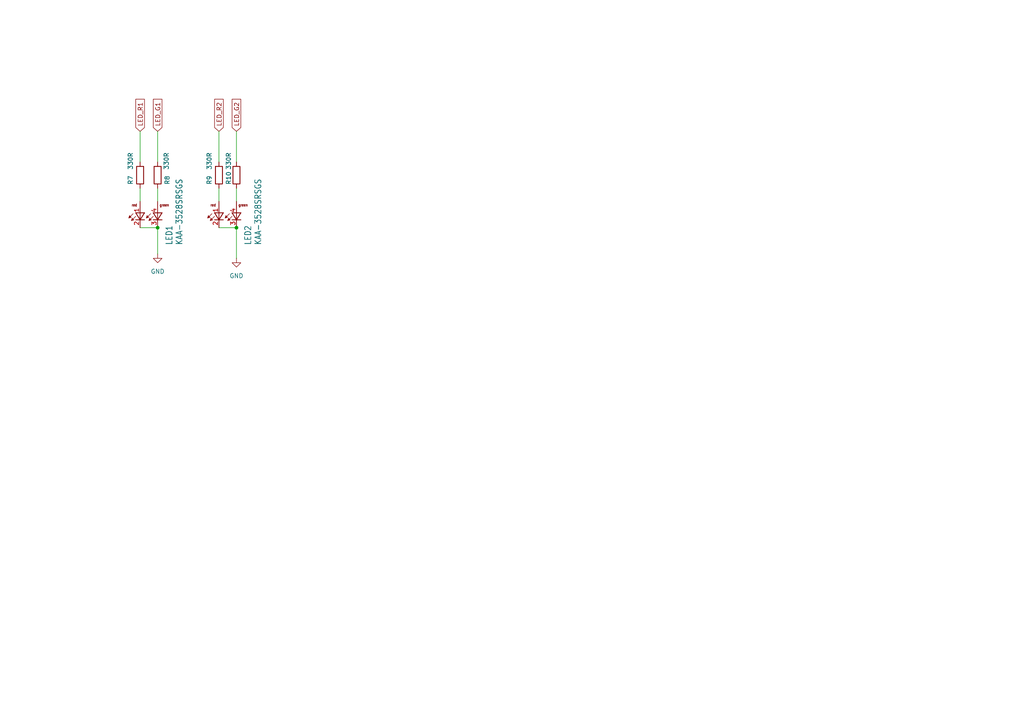
<source format=kicad_sch>
(kicad_sch
	(version 20231120)
	(generator "eeschema")
	(generator_version "8.0")
	(uuid "fee8f475-c7d8-4377-a155-d645dc4837ff")
	(paper "A4")
	(lib_symbols
		(symbol "Device:R"
			(pin_numbers hide)
			(pin_names
				(offset 0)
			)
			(exclude_from_sim no)
			(in_bom yes)
			(on_board yes)
			(property "Reference" "R"
				(at 2.032 0 90)
				(effects
					(font
						(size 1.27 1.27)
					)
				)
			)
			(property "Value" "R"
				(at 0 0 90)
				(effects
					(font
						(size 1.27 1.27)
					)
				)
			)
			(property "Footprint" ""
				(at -1.778 0 90)
				(effects
					(font
						(size 1.27 1.27)
					)
					(hide yes)
				)
			)
			(property "Datasheet" "~"
				(at 0 0 0)
				(effects
					(font
						(size 1.27 1.27)
					)
					(hide yes)
				)
			)
			(property "Description" "Resistor"
				(at 0 0 0)
				(effects
					(font
						(size 1.27 1.27)
					)
					(hide yes)
				)
			)
			(property "ki_keywords" "R res resistor"
				(at 0 0 0)
				(effects
					(font
						(size 1.27 1.27)
					)
					(hide yes)
				)
			)
			(property "ki_fp_filters" "R_*"
				(at 0 0 0)
				(effects
					(font
						(size 1.27 1.27)
					)
					(hide yes)
				)
			)
			(symbol "R_0_1"
				(rectangle
					(start -1.016 -2.54)
					(end 1.016 2.54)
					(stroke
						(width 0.254)
						(type default)
					)
					(fill
						(type none)
					)
				)
			)
			(symbol "R_1_1"
				(pin passive line
					(at 0 3.81 270)
					(length 1.27)
					(name "~"
						(effects
							(font
								(size 1.27 1.27)
							)
						)
					)
					(number "1"
						(effects
							(font
								(size 1.27 1.27)
							)
						)
					)
				)
				(pin passive line
					(at 0 -3.81 90)
					(length 1.27)
					(name "~"
						(effects
							(font
								(size 1.27 1.27)
							)
						)
					)
					(number "2"
						(effects
							(font
								(size 1.27 1.27)
							)
						)
					)
				)
			)
		)
		(symbol "deadlock-reader-eagle-import:KAA-3528SRSGS"
			(exclude_from_sim no)
			(in_bom yes)
			(on_board yes)
			(property "Reference" "LED"
				(at 5.08 0.762 0)
				(effects
					(font
						(size 1.778 1.5113)
					)
					(justify left bottom)
				)
			)
			(property "Value" ""
				(at 5.08 -2.159 0)
				(effects
					(font
						(size 1.778 1.5113)
					)
					(justify left bottom)
				)
			)
			(property "Footprint" "deadlock-reader:KAA-3528SRSGS"
				(at 0 0 0)
				(effects
					(font
						(size 1.27 1.27)
					)
					(hide yes)
				)
			)
			(property "Datasheet" ""
				(at 0 0 0)
				(effects
					(font
						(size 1.27 1.27)
					)
					(hide yes)
				)
			)
			(property "Description" "KINGBRIGHT ELECTRONIC KAA-3528RSGS"
				(at 0 0 0)
				(effects
					(font
						(size 1.27 1.27)
					)
					(hide yes)
				)
			)
			(property "ki_locked" ""
				(at 0 0 0)
				(effects
					(font
						(size 1.27 1.27)
					)
				)
			)
			(symbol "KAA-3528SRSGS_1_0"
				(polyline
					(pts
						(xy -7.112 -1.016) (xy -8.001 -1.905)
					)
					(stroke
						(width 0.1524)
						(type solid)
					)
					(fill
						(type none)
					)
				)
				(polyline
					(pts
						(xy -6.35 -1.778) (xy -7.239 -2.667)
					)
					(stroke
						(width 0.1524)
						(type solid)
					)
					(fill
						(type none)
					)
				)
				(polyline
					(pts
						(xy -5.08 -2.794) (xy -6.35 -2.794)
					)
					(stroke
						(width 0.254)
						(type solid)
					)
					(fill
						(type none)
					)
				)
				(polyline
					(pts
						(xy -5.08 -2.794) (xy -6.35 -0.762)
					)
					(stroke
						(width 0.254)
						(type solid)
					)
					(fill
						(type none)
					)
				)
				(polyline
					(pts
						(xy -3.81 -2.794) (xy -5.08 -2.794)
					)
					(stroke
						(width 0.254)
						(type solid)
					)
					(fill
						(type none)
					)
				)
				(polyline
					(pts
						(xy -3.81 -0.762) (xy -6.35 -0.762)
					)
					(stroke
						(width 0.254)
						(type solid)
					)
					(fill
						(type none)
					)
				)
				(polyline
					(pts
						(xy -3.81 -0.762) (xy -5.08 -2.794)
					)
					(stroke
						(width 0.254)
						(type solid)
					)
					(fill
						(type none)
					)
				)
				(polyline
					(pts
						(xy -2.032 -1.016) (xy -2.921 -1.905)
					)
					(stroke
						(width 0.1524)
						(type solid)
					)
					(fill
						(type none)
					)
				)
				(polyline
					(pts
						(xy -1.27 -1.778) (xy -2.159 -2.667)
					)
					(stroke
						(width 0.1524)
						(type solid)
					)
					(fill
						(type none)
					)
				)
				(polyline
					(pts
						(xy 0 -2.794) (xy -1.27 -2.794)
					)
					(stroke
						(width 0.254)
						(type solid)
					)
					(fill
						(type none)
					)
				)
				(polyline
					(pts
						(xy 0 -2.794) (xy -1.27 -0.762)
					)
					(stroke
						(width 0.254)
						(type solid)
					)
					(fill
						(type none)
					)
				)
				(polyline
					(pts
						(xy 1.27 -2.794) (xy 0 -2.794)
					)
					(stroke
						(width 0.254)
						(type solid)
					)
					(fill
						(type none)
					)
				)
				(polyline
					(pts
						(xy 1.27 -0.762) (xy -1.27 -0.762)
					)
					(stroke
						(width 0.254)
						(type solid)
					)
					(fill
						(type none)
					)
				)
				(polyline
					(pts
						(xy 1.27 -0.762) (xy 0 -2.794)
					)
					(stroke
						(width 0.254)
						(type solid)
					)
					(fill
						(type none)
					)
				)
				(polyline
					(pts
						(xy -8.128 -1.524) (xy -8.382 -2.286) (xy -7.62 -2.032)
					)
					(stroke
						(width 0.1524)
						(type solid)
					)
					(fill
						(type outline)
					)
				)
				(polyline
					(pts
						(xy -7.366 -2.286) (xy -7.62 -3.048) (xy -6.858 -2.794)
					)
					(stroke
						(width 0.1524)
						(type solid)
					)
					(fill
						(type outline)
					)
				)
				(polyline
					(pts
						(xy -3.048 -1.524) (xy -3.302 -2.286) (xy -2.54 -2.032)
					)
					(stroke
						(width 0.1524)
						(type solid)
					)
					(fill
						(type outline)
					)
				)
				(polyline
					(pts
						(xy -2.286 -2.286) (xy -2.54 -3.048) (xy -1.778 -2.794)
					)
					(stroke
						(width 0.1524)
						(type solid)
					)
					(fill
						(type outline)
					)
				)
				(text "green"
					(at 0.508 1.016 0)
					(effects
						(font
							(size 0.762 0.6477)
						)
						(justify left bottom)
					)
				)
				(text "red"
					(at -7.62 1.016 0)
					(effects
						(font
							(size 0.762 0.6477)
						)
						(justify left bottom)
					)
				)
				(pin passive line
					(at -5.08 2.54 270)
					(length 5.08)
					(name "A-RED"
						(effects
							(font
								(size 0 0)
							)
						)
					)
					(number "1"
						(effects
							(font
								(size 1.27 1.27)
							)
						)
					)
				)
				(pin passive line
					(at -5.08 -5.08 90)
					(length 2.54)
					(name "C-RED"
						(effects
							(font
								(size 0 0)
							)
						)
					)
					(number "2"
						(effects
							(font
								(size 1.27 1.27)
							)
						)
					)
				)
				(pin passive line
					(at 0 -5.08 90)
					(length 2.54)
					(name "C-GREEN"
						(effects
							(font
								(size 0 0)
							)
						)
					)
					(number "3"
						(effects
							(font
								(size 1.27 1.27)
							)
						)
					)
				)
				(pin passive line
					(at 0 2.54 270)
					(length 5.08)
					(name "A-GREEN"
						(effects
							(font
								(size 0 0)
							)
						)
					)
					(number "4"
						(effects
							(font
								(size 1.27 1.27)
							)
						)
					)
				)
			)
		)
		(symbol "power:GND"
			(power)
			(pin_numbers hide)
			(pin_names
				(offset 0) hide)
			(exclude_from_sim no)
			(in_bom yes)
			(on_board yes)
			(property "Reference" "#PWR"
				(at 0 -6.35 0)
				(effects
					(font
						(size 1.27 1.27)
					)
					(hide yes)
				)
			)
			(property "Value" "GND"
				(at 0 -3.81 0)
				(effects
					(font
						(size 1.27 1.27)
					)
				)
			)
			(property "Footprint" ""
				(at 0 0 0)
				(effects
					(font
						(size 1.27 1.27)
					)
					(hide yes)
				)
			)
			(property "Datasheet" ""
				(at 0 0 0)
				(effects
					(font
						(size 1.27 1.27)
					)
					(hide yes)
				)
			)
			(property "Description" "Power symbol creates a global label with name \"GND\" , ground"
				(at 0 0 0)
				(effects
					(font
						(size 1.27 1.27)
					)
					(hide yes)
				)
			)
			(property "ki_keywords" "global power"
				(at 0 0 0)
				(effects
					(font
						(size 1.27 1.27)
					)
					(hide yes)
				)
			)
			(symbol "GND_0_1"
				(polyline
					(pts
						(xy 0 0) (xy 0 -1.27) (xy 1.27 -1.27) (xy 0 -2.54) (xy -1.27 -1.27) (xy 0 -1.27)
					)
					(stroke
						(width 0)
						(type default)
					)
					(fill
						(type none)
					)
				)
			)
			(symbol "GND_1_1"
				(pin power_in line
					(at 0 0 270)
					(length 0)
					(name "~"
						(effects
							(font
								(size 1.27 1.27)
							)
						)
					)
					(number "1"
						(effects
							(font
								(size 1.27 1.27)
							)
						)
					)
				)
			)
		)
	)
	(junction
		(at 45.72 66.04)
		(diameter 0)
		(color 0 0 0 0)
		(uuid "8fbaca64-800d-49a3-82fa-846ea64c161e")
	)
	(junction
		(at 68.58 66.04)
		(diameter 0)
		(color 0 0 0 0)
		(uuid "cd5fda9c-ef50-4b62-babe-a08f994c94d1")
	)
	(wire
		(pts
			(xy 68.58 54.61) (xy 68.58 58.42)
		)
		(stroke
			(width 0.1524)
			(type solid)
		)
		(uuid "1a21d0c3-5ee1-4f2c-a247-acf4181c8801")
	)
	(wire
		(pts
			(xy 45.72 66.04) (xy 45.72 73.66)
		)
		(stroke
			(width 0.1524)
			(type solid)
		)
		(uuid "31d3801a-6842-4b8d-8393-9ae29b8fb669")
	)
	(wire
		(pts
			(xy 40.64 66.04) (xy 45.72 66.04)
		)
		(stroke
			(width 0.1524)
			(type solid)
		)
		(uuid "36612cbe-627e-4bec-9fe5-4c6774642686")
	)
	(wire
		(pts
			(xy 40.64 38.1) (xy 40.64 46.99)
		)
		(stroke
			(width 0)
			(type default)
		)
		(uuid "370c3cdf-51e6-4852-b474-a4ec43ce10f8")
	)
	(wire
		(pts
			(xy 45.72 38.1) (xy 45.72 46.99)
		)
		(stroke
			(width 0)
			(type default)
		)
		(uuid "56996a61-4700-4618-8a68-6b53b194c451")
	)
	(wire
		(pts
			(xy 63.5 54.61) (xy 63.5 58.42)
		)
		(stroke
			(width 0.1524)
			(type solid)
		)
		(uuid "5babb42d-9c62-4145-b2e2-fb48e6e49d5b")
	)
	(wire
		(pts
			(xy 68.58 66.04) (xy 68.58 74.93)
		)
		(stroke
			(width 0.1524)
			(type solid)
		)
		(uuid "5bae6e68-c89f-4965-bd98-e81d795be03d")
	)
	(wire
		(pts
			(xy 68.58 38.1) (xy 68.58 46.99)
		)
		(stroke
			(width 0)
			(type default)
		)
		(uuid "5ddba072-7cbc-4989-9eb4-8716b7f61b55")
	)
	(wire
		(pts
			(xy 40.64 54.61) (xy 40.64 58.42)
		)
		(stroke
			(width 0.1524)
			(type solid)
		)
		(uuid "742cfb9d-6990-4458-a98a-229f0c47137f")
	)
	(wire
		(pts
			(xy 63.5 38.1) (xy 63.5 46.99)
		)
		(stroke
			(width 0)
			(type default)
		)
		(uuid "b6b7c397-a587-4cc8-b1cf-1a32dc818048")
	)
	(wire
		(pts
			(xy 63.5 66.04) (xy 68.58 66.04)
		)
		(stroke
			(width 0.1524)
			(type solid)
		)
		(uuid "d2dd0faa-01db-48cb-8c19-ad2c9eed5db7")
	)
	(wire
		(pts
			(xy 45.72 54.61) (xy 45.72 58.42)
		)
		(stroke
			(width 0.1524)
			(type solid)
		)
		(uuid "e253251a-cea4-4413-a582-9be64ceeeee4")
	)
	(global_label "LED_R2"
		(shape input)
		(at 63.5 38.1 90)
		(fields_autoplaced yes)
		(effects
			(font
				(size 1.27 1.27)
			)
			(justify left)
		)
		(uuid "3349eb3c-6b02-4552-8804-3a6a072fd3e4")
		(property "Intersheetrefs" "${INTERSHEET_REFS}"
			(at 63.5 28.2206 90)
			(effects
				(font
					(size 1.27 1.27)
				)
				(justify left)
				(hide yes)
			)
		)
	)
	(global_label "LED_R1"
		(shape input)
		(at 40.64 38.1 90)
		(fields_autoplaced yes)
		(effects
			(font
				(size 1.27 1.27)
			)
			(justify left)
		)
		(uuid "37bd5c30-e35c-4aeb-b054-ee7984f8183e")
		(property "Intersheetrefs" "${INTERSHEET_REFS}"
			(at 40.64 28.2206 90)
			(effects
				(font
					(size 1.27 1.27)
				)
				(justify left)
				(hide yes)
			)
		)
	)
	(global_label "LED_G2"
		(shape input)
		(at 68.58 38.1 90)
		(fields_autoplaced yes)
		(effects
			(font
				(size 1.27 1.27)
			)
			(justify left)
		)
		(uuid "39a59a5a-f733-4b01-b8c0-dc82e8624dbb")
		(property "Intersheetrefs" "${INTERSHEET_REFS}"
			(at 68.58 28.2206 90)
			(effects
				(font
					(size 1.27 1.27)
				)
				(justify left)
				(hide yes)
			)
		)
	)
	(global_label "LED_G1"
		(shape input)
		(at 45.72 38.1 90)
		(fields_autoplaced yes)
		(effects
			(font
				(size 1.27 1.27)
			)
			(justify left)
		)
		(uuid "858da373-9951-4200-96f0-16d126345425")
		(property "Intersheetrefs" "${INTERSHEET_REFS}"
			(at 45.72 28.2206 90)
			(effects
				(font
					(size 1.27 1.27)
				)
				(justify left)
				(hide yes)
			)
		)
	)
	(symbol
		(lib_id "Device:R")
		(at 68.58 50.8 0)
		(unit 1)
		(exclude_from_sim no)
		(in_bom yes)
		(on_board yes)
		(dnp no)
		(uuid "26838776-522e-483c-852c-6bfa80a3d39c")
		(property "Reference" "R10"
			(at 66.294 53.594 90)
			(effects
				(font
					(size 1.27 1.27)
				)
				(justify left)
			)
		)
		(property "Value" "330R"
			(at 66.294 49.276 90)
			(effects
				(font
					(size 1.27 1.27)
				)
				(justify left)
			)
		)
		(property "Footprint" ""
			(at 66.802 50.8 90)
			(effects
				(font
					(size 1.27 1.27)
				)
				(hide yes)
			)
		)
		(property "Datasheet" "~"
			(at 68.58 50.8 0)
			(effects
				(font
					(size 1.27 1.27)
				)
				(hide yes)
			)
		)
		(property "Description" "Resistor"
			(at 68.58 50.8 0)
			(effects
				(font
					(size 1.27 1.27)
				)
				(hide yes)
			)
		)
		(pin "1"
			(uuid "b739a8f9-a115-4d2f-bce7-b487aa5453d8")
		)
		(pin "2"
			(uuid "aa82531f-fd17-41bf-9c8c-7a40dbca7f47")
		)
		(instances
			(project "KAA-3528SRSGS"
				(path "/fee8f475-c7d8-4377-a155-d645dc4837ff"
					(reference "R10")
					(unit 1)
				)
			)
		)
	)
	(symbol
		(lib_id "power:GND")
		(at 45.72 73.66 0)
		(unit 1)
		(exclude_from_sim no)
		(in_bom yes)
		(on_board yes)
		(dnp no)
		(fields_autoplaced yes)
		(uuid "273dada0-271e-4e18-8a2b-570bcb0724d8")
		(property "Reference" "#PWR01"
			(at 45.72 80.01 0)
			(effects
				(font
					(size 1.27 1.27)
				)
				(hide yes)
			)
		)
		(property "Value" "GND"
			(at 45.72 78.74 0)
			(effects
				(font
					(size 1.27 1.27)
				)
			)
		)
		(property "Footprint" ""
			(at 45.72 73.66 0)
			(effects
				(font
					(size 1.27 1.27)
				)
				(hide yes)
			)
		)
		(property "Datasheet" ""
			(at 45.72 73.66 0)
			(effects
				(font
					(size 1.27 1.27)
				)
				(hide yes)
			)
		)
		(property "Description" "Power symbol creates a global label with name \"GND\" , ground"
			(at 45.72 73.66 0)
			(effects
				(font
					(size 1.27 1.27)
				)
				(hide yes)
			)
		)
		(pin "1"
			(uuid "81fd93d0-896e-4488-bed6-610a0cb1741e")
		)
		(instances
			(project "KAA-3528SRSGS"
				(path "/fee8f475-c7d8-4377-a155-d645dc4837ff"
					(reference "#PWR01")
					(unit 1)
				)
			)
		)
	)
	(symbol
		(lib_id "Device:R")
		(at 40.64 50.8 0)
		(unit 1)
		(exclude_from_sim no)
		(in_bom yes)
		(on_board yes)
		(dnp no)
		(uuid "649579ba-4187-49c3-8a7a-5e0445b43f56")
		(property "Reference" "R7"
			(at 37.846 53.594 90)
			(effects
				(font
					(size 1.27 1.27)
				)
				(justify left)
			)
		)
		(property "Value" "330R"
			(at 37.846 49.276 90)
			(effects
				(font
					(size 1.27 1.27)
				)
				(justify left)
			)
		)
		(property "Footprint" ""
			(at 38.862 50.8 90)
			(effects
				(font
					(size 1.27 1.27)
				)
				(hide yes)
			)
		)
		(property "Datasheet" "~"
			(at 40.64 50.8 0)
			(effects
				(font
					(size 1.27 1.27)
				)
				(hide yes)
			)
		)
		(property "Description" "Resistor"
			(at 40.64 50.8 0)
			(effects
				(font
					(size 1.27 1.27)
				)
				(hide yes)
			)
		)
		(pin "1"
			(uuid "8a1a6af7-2704-4617-9456-562e1a2dde1a")
		)
		(pin "2"
			(uuid "5a41ed21-13dd-4090-9a82-68eb2142562d")
		)
		(instances
			(project "KAA-3528SRSGS"
				(path "/fee8f475-c7d8-4377-a155-d645dc4837ff"
					(reference "R7")
					(unit 1)
				)
			)
		)
	)
	(symbol
		(lib_id "Device:R")
		(at 45.72 50.8 0)
		(unit 1)
		(exclude_from_sim no)
		(in_bom yes)
		(on_board yes)
		(dnp no)
		(uuid "939b951e-117b-431e-b55f-616ffe2e7a50")
		(property "Reference" "R8"
			(at 48.514 53.594 90)
			(effects
				(font
					(size 1.27 1.27)
				)
				(justify left)
			)
		)
		(property "Value" "330R"
			(at 48.26 49.276 90)
			(effects
				(font
					(size 1.27 1.27)
				)
				(justify left)
			)
		)
		(property "Footprint" ""
			(at 43.942 50.8 90)
			(effects
				(font
					(size 1.27 1.27)
				)
				(hide yes)
			)
		)
		(property "Datasheet" "~"
			(at 45.72 50.8 0)
			(effects
				(font
					(size 1.27 1.27)
				)
				(hide yes)
			)
		)
		(property "Description" "Resistor"
			(at 45.72 50.8 0)
			(effects
				(font
					(size 1.27 1.27)
				)
				(hide yes)
			)
		)
		(pin "1"
			(uuid "8496f950-ab52-4954-89ce-b077cc9873fe")
		)
		(pin "2"
			(uuid "1f2c2afa-64c3-4944-9e5e-e7c423712a88")
		)
		(instances
			(project "KAA-3528SRSGS"
				(path "/fee8f475-c7d8-4377-a155-d645dc4837ff"
					(reference "R8")
					(unit 1)
				)
			)
		)
	)
	(symbol
		(lib_id "deadlock-reader-eagle-import:KAA-3528SRSGS")
		(at 45.72 60.96 0)
		(unit 1)
		(exclude_from_sim no)
		(in_bom yes)
		(on_board yes)
		(dnp no)
		(uuid "a2fb6a6a-fd33-4aa1-9eb1-c1360f824617")
		(property "Reference" "LED1"
			(at 50.038 71.12 90)
			(effects
				(font
					(size 1.778 1.5113)
				)
				(justify left bottom)
			)
		)
		(property "Value" "KAA-3528SRSGS"
			(at 52.959 71.12 90)
			(effects
				(font
					(size 1.778 1.5113)
				)
				(justify left bottom)
			)
		)
		(property "Footprint" "deadlock-reader:KAA-3528SRSGS"
			(at 45.72 60.96 0)
			(effects
				(font
					(size 1.27 1.27)
				)
				(hide yes)
			)
		)
		(property "Datasheet" ""
			(at 45.72 60.96 0)
			(effects
				(font
					(size 1.27 1.27)
				)
				(hide yes)
			)
		)
		(property "Description" ""
			(at 45.72 60.96 0)
			(effects
				(font
					(size 1.27 1.27)
				)
				(hide yes)
			)
		)
		(pin "4"
			(uuid "639857f7-eb7a-4b49-a431-13c3bb3d6394")
		)
		(pin "2"
			(uuid "d24fb7e6-07ea-4823-b4aa-dc5e581988c2")
		)
		(pin "3"
			(uuid "f0d7786f-cce7-4d20-9364-b4bfd411813d")
		)
		(pin "1"
			(uuid "fb9bf1cd-649d-42cc-94b0-0b4a39a7cb2a")
		)
		(instances
			(project "KAA-3528SRSGS"
				(path "/fee8f475-c7d8-4377-a155-d645dc4837ff"
					(reference "LED1")
					(unit 1)
				)
			)
		)
	)
	(symbol
		(lib_id "Device:R")
		(at 63.5 50.8 0)
		(unit 1)
		(exclude_from_sim no)
		(in_bom yes)
		(on_board yes)
		(dnp no)
		(uuid "a3626b1c-e09e-4dc9-9cef-a73363e20c38")
		(property "Reference" "R9"
			(at 60.706 53.594 90)
			(effects
				(font
					(size 1.27 1.27)
				)
				(justify left)
			)
		)
		(property "Value" "330R"
			(at 60.706 49.276 90)
			(effects
				(font
					(size 1.27 1.27)
				)
				(justify left)
			)
		)
		(property "Footprint" ""
			(at 61.722 50.8 90)
			(effects
				(font
					(size 1.27 1.27)
				)
				(hide yes)
			)
		)
		(property "Datasheet" "~"
			(at 63.5 50.8 0)
			(effects
				(font
					(size 1.27 1.27)
				)
				(hide yes)
			)
		)
		(property "Description" "Resistor"
			(at 63.5 50.8 0)
			(effects
				(font
					(size 1.27 1.27)
				)
				(hide yes)
			)
		)
		(pin "1"
			(uuid "c238926b-e2ca-4e51-a275-7b139c115f2b")
		)
		(pin "2"
			(uuid "6ace3fe0-87ba-4ec3-b758-87be456af641")
		)
		(instances
			(project "KAA-3528SRSGS"
				(path "/fee8f475-c7d8-4377-a155-d645dc4837ff"
					(reference "R9")
					(unit 1)
				)
			)
		)
	)
	(symbol
		(lib_id "deadlock-reader-eagle-import:KAA-3528SRSGS")
		(at 68.58 60.96 0)
		(unit 1)
		(exclude_from_sim no)
		(in_bom yes)
		(on_board yes)
		(dnp no)
		(uuid "a4ef876a-53c8-40e2-b754-e5e7732e3c25")
		(property "Reference" "LED2"
			(at 72.898 71.12 90)
			(effects
				(font
					(size 1.778 1.5113)
				)
				(justify left bottom)
			)
		)
		(property "Value" "KAA-3528SRSGS"
			(at 75.819 71.12 90)
			(effects
				(font
					(size 1.778 1.5113)
				)
				(justify left bottom)
			)
		)
		(property "Footprint" "deadlock-reader:KAA-3528SRSGS"
			(at 68.58 60.96 0)
			(effects
				(font
					(size 1.27 1.27)
				)
				(hide yes)
			)
		)
		(property "Datasheet" ""
			(at 68.58 60.96 0)
			(effects
				(font
					(size 1.27 1.27)
				)
				(hide yes)
			)
		)
		(property "Description" ""
			(at 68.58 60.96 0)
			(effects
				(font
					(size 1.27 1.27)
				)
				(hide yes)
			)
		)
		(pin "4"
			(uuid "14ba0ed0-3288-4ab6-94e7-f839b6c58a2d")
		)
		(pin "2"
			(uuid "97aa2da9-c579-41b0-8fc0-51d54a07d700")
		)
		(pin "3"
			(uuid "ed82d021-d4f1-47a8-9b85-d7df51fffda9")
		)
		(pin "1"
			(uuid "f46a9deb-7bae-4f55-bd87-1b943a6db907")
		)
		(instances
			(project "KAA-3528SRSGS"
				(path "/fee8f475-c7d8-4377-a155-d645dc4837ff"
					(reference "LED2")
					(unit 1)
				)
			)
		)
	)
	(symbol
		(lib_id "power:GND")
		(at 68.58 74.93 0)
		(unit 1)
		(exclude_from_sim no)
		(in_bom yes)
		(on_board yes)
		(dnp no)
		(fields_autoplaced yes)
		(uuid "f24ab7fc-d83f-46d2-ac15-2fd5ebfb6306")
		(property "Reference" "#PWR02"
			(at 68.58 81.28 0)
			(effects
				(font
					(size 1.27 1.27)
				)
				(hide yes)
			)
		)
		(property "Value" "GND"
			(at 68.58 80.01 0)
			(effects
				(font
					(size 1.27 1.27)
				)
			)
		)
		(property "Footprint" ""
			(at 68.58 74.93 0)
			(effects
				(font
					(size 1.27 1.27)
				)
				(hide yes)
			)
		)
		(property "Datasheet" ""
			(at 68.58 74.93 0)
			(effects
				(font
					(size 1.27 1.27)
				)
				(hide yes)
			)
		)
		(property "Description" "Power symbol creates a global label with name \"GND\" , ground"
			(at 68.58 74.93 0)
			(effects
				(font
					(size 1.27 1.27)
				)
				(hide yes)
			)
		)
		(pin "1"
			(uuid "2e3a7e61-521d-4513-a9cc-9696684dc297")
		)
		(instances
			(project "KAA-3528SRSGS"
				(path "/fee8f475-c7d8-4377-a155-d645dc4837ff"
					(reference "#PWR02")
					(unit 1)
				)
			)
		)
	)
	(sheet_instances
		(path "/"
			(page "1")
		)
	)
)

</source>
